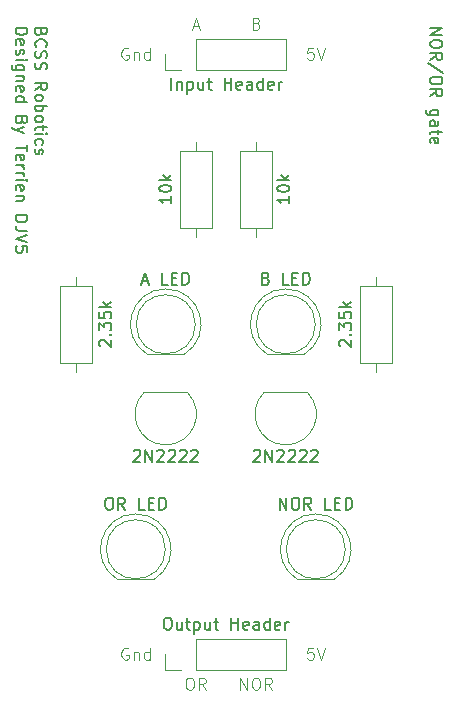
<source format=gbr>
%TF.GenerationSoftware,KiCad,Pcbnew,5.99.0+really5.1.12+dfsg1-1*%
%TF.CreationDate,2021-11-22T09:43:57-05:00*%
%TF.ProjectId,N OR,4e204f52-2e6b-4696-9361-645f70636258,rev?*%
%TF.SameCoordinates,Original*%
%TF.FileFunction,Legend,Top*%
%TF.FilePolarity,Positive*%
%FSLAX46Y46*%
G04 Gerber Fmt 4.6, Leading zero omitted, Abs format (unit mm)*
G04 Created by KiCad (PCBNEW 5.99.0+really5.1.12+dfsg1-1) date 2021-11-22 09:43:57*
%MOMM*%
%LPD*%
G01*
G04 APERTURE LIST*
%ADD10C,0.150000*%
%ADD11C,0.100000*%
%ADD12C,0.125000*%
%ADD13C,0.120000*%
G04 APERTURE END LIST*
D10*
X155757619Y-46055595D02*
X156757619Y-46055595D01*
X155757619Y-46627023D01*
X156757619Y-46627023D01*
X156757619Y-47293690D02*
X156757619Y-47484166D01*
X156710000Y-47579404D01*
X156614761Y-47674642D01*
X156424285Y-47722261D01*
X156090952Y-47722261D01*
X155900476Y-47674642D01*
X155805238Y-47579404D01*
X155757619Y-47484166D01*
X155757619Y-47293690D01*
X155805238Y-47198452D01*
X155900476Y-47103214D01*
X156090952Y-47055595D01*
X156424285Y-47055595D01*
X156614761Y-47103214D01*
X156710000Y-47198452D01*
X156757619Y-47293690D01*
X155757619Y-48722261D02*
X156233809Y-48388928D01*
X155757619Y-48150833D02*
X156757619Y-48150833D01*
X156757619Y-48531785D01*
X156710000Y-48627023D01*
X156662380Y-48674642D01*
X156567142Y-48722261D01*
X156424285Y-48722261D01*
X156329047Y-48674642D01*
X156281428Y-48627023D01*
X156233809Y-48531785D01*
X156233809Y-48150833D01*
X156805238Y-49865119D02*
X155519523Y-49007976D01*
X156757619Y-50388928D02*
X156757619Y-50579404D01*
X156710000Y-50674642D01*
X156614761Y-50769880D01*
X156424285Y-50817500D01*
X156090952Y-50817500D01*
X155900476Y-50769880D01*
X155805238Y-50674642D01*
X155757619Y-50579404D01*
X155757619Y-50388928D01*
X155805238Y-50293690D01*
X155900476Y-50198452D01*
X156090952Y-50150833D01*
X156424285Y-50150833D01*
X156614761Y-50198452D01*
X156710000Y-50293690D01*
X156757619Y-50388928D01*
X155757619Y-51817500D02*
X156233809Y-51484166D01*
X155757619Y-51246071D02*
X156757619Y-51246071D01*
X156757619Y-51627023D01*
X156710000Y-51722261D01*
X156662380Y-51769880D01*
X156567142Y-51817500D01*
X156424285Y-51817500D01*
X156329047Y-51769880D01*
X156281428Y-51722261D01*
X156233809Y-51627023D01*
X156233809Y-51246071D01*
X156424285Y-53436547D02*
X155614761Y-53436547D01*
X155519523Y-53388928D01*
X155471904Y-53341309D01*
X155424285Y-53246071D01*
X155424285Y-53103214D01*
X155471904Y-53007976D01*
X155805238Y-53436547D02*
X155757619Y-53341309D01*
X155757619Y-53150833D01*
X155805238Y-53055595D01*
X155852857Y-53007976D01*
X155948095Y-52960357D01*
X156233809Y-52960357D01*
X156329047Y-53007976D01*
X156376666Y-53055595D01*
X156424285Y-53150833D01*
X156424285Y-53341309D01*
X156376666Y-53436547D01*
X155757619Y-54341309D02*
X156281428Y-54341309D01*
X156376666Y-54293690D01*
X156424285Y-54198452D01*
X156424285Y-54007976D01*
X156376666Y-53912738D01*
X155805238Y-54341309D02*
X155757619Y-54246071D01*
X155757619Y-54007976D01*
X155805238Y-53912738D01*
X155900476Y-53865119D01*
X155995714Y-53865119D01*
X156090952Y-53912738D01*
X156138571Y-54007976D01*
X156138571Y-54246071D01*
X156186190Y-54341309D01*
X156424285Y-54674642D02*
X156424285Y-55055595D01*
X156757619Y-54817500D02*
X155900476Y-54817500D01*
X155805238Y-54865119D01*
X155757619Y-54960357D01*
X155757619Y-55055595D01*
X155805238Y-55769880D02*
X155757619Y-55674642D01*
X155757619Y-55484166D01*
X155805238Y-55388928D01*
X155900476Y-55341309D01*
X156281428Y-55341309D01*
X156376666Y-55388928D01*
X156424285Y-55484166D01*
X156424285Y-55674642D01*
X156376666Y-55769880D01*
X156281428Y-55817500D01*
X156186190Y-55817500D01*
X156090952Y-55341309D01*
X122816428Y-46388928D02*
X122768809Y-46531785D01*
X122721190Y-46579404D01*
X122625952Y-46627023D01*
X122483095Y-46627023D01*
X122387857Y-46579404D01*
X122340238Y-46531785D01*
X122292619Y-46436547D01*
X122292619Y-46055595D01*
X123292619Y-46055595D01*
X123292619Y-46388928D01*
X123245000Y-46484166D01*
X123197380Y-46531785D01*
X123102142Y-46579404D01*
X123006904Y-46579404D01*
X122911666Y-46531785D01*
X122864047Y-46484166D01*
X122816428Y-46388928D01*
X122816428Y-46055595D01*
X122387857Y-47627023D02*
X122340238Y-47579404D01*
X122292619Y-47436547D01*
X122292619Y-47341309D01*
X122340238Y-47198452D01*
X122435476Y-47103214D01*
X122530714Y-47055595D01*
X122721190Y-47007976D01*
X122864047Y-47007976D01*
X123054523Y-47055595D01*
X123149761Y-47103214D01*
X123245000Y-47198452D01*
X123292619Y-47341309D01*
X123292619Y-47436547D01*
X123245000Y-47579404D01*
X123197380Y-47627023D01*
X122340238Y-48007976D02*
X122292619Y-48150833D01*
X122292619Y-48388928D01*
X122340238Y-48484166D01*
X122387857Y-48531785D01*
X122483095Y-48579404D01*
X122578333Y-48579404D01*
X122673571Y-48531785D01*
X122721190Y-48484166D01*
X122768809Y-48388928D01*
X122816428Y-48198452D01*
X122864047Y-48103214D01*
X122911666Y-48055595D01*
X123006904Y-48007976D01*
X123102142Y-48007976D01*
X123197380Y-48055595D01*
X123245000Y-48103214D01*
X123292619Y-48198452D01*
X123292619Y-48436547D01*
X123245000Y-48579404D01*
X122340238Y-48960357D02*
X122292619Y-49103214D01*
X122292619Y-49341309D01*
X122340238Y-49436547D01*
X122387857Y-49484166D01*
X122483095Y-49531785D01*
X122578333Y-49531785D01*
X122673571Y-49484166D01*
X122721190Y-49436547D01*
X122768809Y-49341309D01*
X122816428Y-49150833D01*
X122864047Y-49055595D01*
X122911666Y-49007976D01*
X123006904Y-48960357D01*
X123102142Y-48960357D01*
X123197380Y-49007976D01*
X123245000Y-49055595D01*
X123292619Y-49150833D01*
X123292619Y-49388928D01*
X123245000Y-49531785D01*
X122292619Y-51293690D02*
X122768809Y-50960357D01*
X122292619Y-50722261D02*
X123292619Y-50722261D01*
X123292619Y-51103214D01*
X123245000Y-51198452D01*
X123197380Y-51246071D01*
X123102142Y-51293690D01*
X122959285Y-51293690D01*
X122864047Y-51246071D01*
X122816428Y-51198452D01*
X122768809Y-51103214D01*
X122768809Y-50722261D01*
X122292619Y-51865119D02*
X122340238Y-51769880D01*
X122387857Y-51722261D01*
X122483095Y-51674642D01*
X122768809Y-51674642D01*
X122864047Y-51722261D01*
X122911666Y-51769880D01*
X122959285Y-51865119D01*
X122959285Y-52007976D01*
X122911666Y-52103214D01*
X122864047Y-52150833D01*
X122768809Y-52198452D01*
X122483095Y-52198452D01*
X122387857Y-52150833D01*
X122340238Y-52103214D01*
X122292619Y-52007976D01*
X122292619Y-51865119D01*
X122292619Y-52627023D02*
X123292619Y-52627023D01*
X122911666Y-52627023D02*
X122959285Y-52722261D01*
X122959285Y-52912738D01*
X122911666Y-53007976D01*
X122864047Y-53055595D01*
X122768809Y-53103214D01*
X122483095Y-53103214D01*
X122387857Y-53055595D01*
X122340238Y-53007976D01*
X122292619Y-52912738D01*
X122292619Y-52722261D01*
X122340238Y-52627023D01*
X122292619Y-53674642D02*
X122340238Y-53579404D01*
X122387857Y-53531785D01*
X122483095Y-53484166D01*
X122768809Y-53484166D01*
X122864047Y-53531785D01*
X122911666Y-53579404D01*
X122959285Y-53674642D01*
X122959285Y-53817500D01*
X122911666Y-53912738D01*
X122864047Y-53960357D01*
X122768809Y-54007976D01*
X122483095Y-54007976D01*
X122387857Y-53960357D01*
X122340238Y-53912738D01*
X122292619Y-53817500D01*
X122292619Y-53674642D01*
X122959285Y-54293690D02*
X122959285Y-54674642D01*
X123292619Y-54436547D02*
X122435476Y-54436547D01*
X122340238Y-54484166D01*
X122292619Y-54579404D01*
X122292619Y-54674642D01*
X122292619Y-55007976D02*
X122959285Y-55007976D01*
X123292619Y-55007976D02*
X123245000Y-54960357D01*
X123197380Y-55007976D01*
X123245000Y-55055595D01*
X123292619Y-55007976D01*
X123197380Y-55007976D01*
X122340238Y-55912738D02*
X122292619Y-55817500D01*
X122292619Y-55627023D01*
X122340238Y-55531785D01*
X122387857Y-55484166D01*
X122483095Y-55436547D01*
X122768809Y-55436547D01*
X122864047Y-55484166D01*
X122911666Y-55531785D01*
X122959285Y-55627023D01*
X122959285Y-55817500D01*
X122911666Y-55912738D01*
X122340238Y-56293690D02*
X122292619Y-56388928D01*
X122292619Y-56579404D01*
X122340238Y-56674642D01*
X122435476Y-56722261D01*
X122483095Y-56722261D01*
X122578333Y-56674642D01*
X122625952Y-56579404D01*
X122625952Y-56436547D01*
X122673571Y-56341309D01*
X122768809Y-56293690D01*
X122816428Y-56293690D01*
X122911666Y-56341309D01*
X122959285Y-56436547D01*
X122959285Y-56579404D01*
X122911666Y-56674642D01*
X120642619Y-46055595D02*
X121642619Y-46055595D01*
X121642619Y-46293690D01*
X121595000Y-46436547D01*
X121499761Y-46531785D01*
X121404523Y-46579404D01*
X121214047Y-46627023D01*
X121071190Y-46627023D01*
X120880714Y-46579404D01*
X120785476Y-46531785D01*
X120690238Y-46436547D01*
X120642619Y-46293690D01*
X120642619Y-46055595D01*
X120690238Y-47436547D02*
X120642619Y-47341309D01*
X120642619Y-47150833D01*
X120690238Y-47055595D01*
X120785476Y-47007976D01*
X121166428Y-47007976D01*
X121261666Y-47055595D01*
X121309285Y-47150833D01*
X121309285Y-47341309D01*
X121261666Y-47436547D01*
X121166428Y-47484166D01*
X121071190Y-47484166D01*
X120975952Y-47007976D01*
X120690238Y-47865119D02*
X120642619Y-47960357D01*
X120642619Y-48150833D01*
X120690238Y-48246071D01*
X120785476Y-48293690D01*
X120833095Y-48293690D01*
X120928333Y-48246071D01*
X120975952Y-48150833D01*
X120975952Y-48007976D01*
X121023571Y-47912738D01*
X121118809Y-47865119D01*
X121166428Y-47865119D01*
X121261666Y-47912738D01*
X121309285Y-48007976D01*
X121309285Y-48150833D01*
X121261666Y-48246071D01*
X120642619Y-48722261D02*
X121309285Y-48722261D01*
X121642619Y-48722261D02*
X121595000Y-48674642D01*
X121547380Y-48722261D01*
X121595000Y-48769880D01*
X121642619Y-48722261D01*
X121547380Y-48722261D01*
X121309285Y-49627023D02*
X120499761Y-49627023D01*
X120404523Y-49579404D01*
X120356904Y-49531785D01*
X120309285Y-49436547D01*
X120309285Y-49293690D01*
X120356904Y-49198452D01*
X120690238Y-49627023D02*
X120642619Y-49531785D01*
X120642619Y-49341309D01*
X120690238Y-49246071D01*
X120737857Y-49198452D01*
X120833095Y-49150833D01*
X121118809Y-49150833D01*
X121214047Y-49198452D01*
X121261666Y-49246071D01*
X121309285Y-49341309D01*
X121309285Y-49531785D01*
X121261666Y-49627023D01*
X121309285Y-50103214D02*
X120642619Y-50103214D01*
X121214047Y-50103214D02*
X121261666Y-50150833D01*
X121309285Y-50246071D01*
X121309285Y-50388928D01*
X121261666Y-50484166D01*
X121166428Y-50531785D01*
X120642619Y-50531785D01*
X120690238Y-51388928D02*
X120642619Y-51293690D01*
X120642619Y-51103214D01*
X120690238Y-51007976D01*
X120785476Y-50960357D01*
X121166428Y-50960357D01*
X121261666Y-51007976D01*
X121309285Y-51103214D01*
X121309285Y-51293690D01*
X121261666Y-51388928D01*
X121166428Y-51436547D01*
X121071190Y-51436547D01*
X120975952Y-50960357D01*
X120642619Y-52293690D02*
X121642619Y-52293690D01*
X120690238Y-52293690D02*
X120642619Y-52198452D01*
X120642619Y-52007976D01*
X120690238Y-51912738D01*
X120737857Y-51865119D01*
X120833095Y-51817500D01*
X121118809Y-51817500D01*
X121214047Y-51865119D01*
X121261666Y-51912738D01*
X121309285Y-52007976D01*
X121309285Y-52198452D01*
X121261666Y-52293690D01*
X121166428Y-53865119D02*
X121118809Y-54007976D01*
X121071190Y-54055595D01*
X120975952Y-54103214D01*
X120833095Y-54103214D01*
X120737857Y-54055595D01*
X120690238Y-54007976D01*
X120642619Y-53912738D01*
X120642619Y-53531785D01*
X121642619Y-53531785D01*
X121642619Y-53865119D01*
X121595000Y-53960357D01*
X121547380Y-54007976D01*
X121452142Y-54055595D01*
X121356904Y-54055595D01*
X121261666Y-54007976D01*
X121214047Y-53960357D01*
X121166428Y-53865119D01*
X121166428Y-53531785D01*
X121309285Y-54436547D02*
X120642619Y-54674642D01*
X121309285Y-54912738D02*
X120642619Y-54674642D01*
X120404523Y-54579404D01*
X120356904Y-54531785D01*
X120309285Y-54436547D01*
X121642619Y-55912738D02*
X121642619Y-56484166D01*
X120642619Y-56198452D02*
X121642619Y-56198452D01*
X120690238Y-57198452D02*
X120642619Y-57103214D01*
X120642619Y-56912738D01*
X120690238Y-56817500D01*
X120785476Y-56769880D01*
X121166428Y-56769880D01*
X121261666Y-56817500D01*
X121309285Y-56912738D01*
X121309285Y-57103214D01*
X121261666Y-57198452D01*
X121166428Y-57246071D01*
X121071190Y-57246071D01*
X120975952Y-56769880D01*
X120642619Y-57674642D02*
X121309285Y-57674642D01*
X121118809Y-57674642D02*
X121214047Y-57722261D01*
X121261666Y-57769880D01*
X121309285Y-57865119D01*
X121309285Y-57960357D01*
X120642619Y-58293690D02*
X121309285Y-58293690D01*
X121118809Y-58293690D02*
X121214047Y-58341309D01*
X121261666Y-58388928D01*
X121309285Y-58484166D01*
X121309285Y-58579404D01*
X120642619Y-58912738D02*
X121309285Y-58912738D01*
X121642619Y-58912738D02*
X121595000Y-58865119D01*
X121547380Y-58912738D01*
X121595000Y-58960357D01*
X121642619Y-58912738D01*
X121547380Y-58912738D01*
X120690238Y-59769880D02*
X120642619Y-59674642D01*
X120642619Y-59484166D01*
X120690238Y-59388928D01*
X120785476Y-59341309D01*
X121166428Y-59341309D01*
X121261666Y-59388928D01*
X121309285Y-59484166D01*
X121309285Y-59674642D01*
X121261666Y-59769880D01*
X121166428Y-59817500D01*
X121071190Y-59817500D01*
X120975952Y-59341309D01*
X121309285Y-60246071D02*
X120642619Y-60246071D01*
X121214047Y-60246071D02*
X121261666Y-60293690D01*
X121309285Y-60388928D01*
X121309285Y-60531785D01*
X121261666Y-60627023D01*
X121166428Y-60674642D01*
X120642619Y-60674642D01*
X120642619Y-61912738D02*
X121642619Y-61912738D01*
X121642619Y-62150833D01*
X121595000Y-62293690D01*
X121499761Y-62388928D01*
X121404523Y-62436547D01*
X121214047Y-62484166D01*
X121071190Y-62484166D01*
X120880714Y-62436547D01*
X120785476Y-62388928D01*
X120690238Y-62293690D01*
X120642619Y-62150833D01*
X120642619Y-61912738D01*
X121642619Y-63198452D02*
X120928333Y-63198452D01*
X120785476Y-63150833D01*
X120690238Y-63055595D01*
X120642619Y-62912738D01*
X120642619Y-62817500D01*
X121642619Y-63531785D02*
X120642619Y-63865119D01*
X121642619Y-64198452D01*
X121642619Y-65007976D02*
X121642619Y-64531785D01*
X121166428Y-64484166D01*
X121214047Y-64531785D01*
X121261666Y-64627023D01*
X121261666Y-64865119D01*
X121214047Y-64960357D01*
X121166428Y-65007976D01*
X121071190Y-65055595D01*
X120833095Y-65055595D01*
X120737857Y-65007976D01*
X120690238Y-64960357D01*
X120642619Y-64865119D01*
X120642619Y-64627023D01*
X120690238Y-64531785D01*
X120737857Y-64484166D01*
D11*
X130167142Y-98560000D02*
X130071904Y-98512380D01*
X129929047Y-98512380D01*
X129786190Y-98560000D01*
X129690952Y-98655238D01*
X129643333Y-98750476D01*
X129595714Y-98940952D01*
X129595714Y-99083809D01*
X129643333Y-99274285D01*
X129690952Y-99369523D01*
X129786190Y-99464761D01*
X129929047Y-99512380D01*
X130024285Y-99512380D01*
X130167142Y-99464761D01*
X130214761Y-99417142D01*
X130214761Y-99083809D01*
X130024285Y-99083809D01*
X130643333Y-98845714D02*
X130643333Y-99512380D01*
X130643333Y-98940952D02*
X130690952Y-98893333D01*
X130786190Y-98845714D01*
X130929047Y-98845714D01*
X131024285Y-98893333D01*
X131071904Y-98988571D01*
X131071904Y-99512380D01*
X131976666Y-99512380D02*
X131976666Y-98512380D01*
X131976666Y-99464761D02*
X131881428Y-99512380D01*
X131690952Y-99512380D01*
X131595714Y-99464761D01*
X131548095Y-99417142D01*
X131500476Y-99321904D01*
X131500476Y-99036190D01*
X131548095Y-98940952D01*
X131595714Y-98893333D01*
X131690952Y-98845714D01*
X131881428Y-98845714D01*
X131976666Y-98893333D01*
X145859523Y-98512380D02*
X145383333Y-98512380D01*
X145335714Y-98988571D01*
X145383333Y-98940952D01*
X145478571Y-98893333D01*
X145716666Y-98893333D01*
X145811904Y-98940952D01*
X145859523Y-98988571D01*
X145907142Y-99083809D01*
X145907142Y-99321904D01*
X145859523Y-99417142D01*
X145811904Y-99464761D01*
X145716666Y-99512380D01*
X145478571Y-99512380D01*
X145383333Y-99464761D01*
X145335714Y-99417142D01*
X146192857Y-98512380D02*
X146526190Y-99512380D01*
X146859523Y-98512380D01*
X139660476Y-102052380D02*
X139660476Y-101052380D01*
X140231904Y-102052380D01*
X140231904Y-101052380D01*
X140898571Y-101052380D02*
X141089047Y-101052380D01*
X141184285Y-101100000D01*
X141279523Y-101195238D01*
X141327142Y-101385714D01*
X141327142Y-101719047D01*
X141279523Y-101909523D01*
X141184285Y-102004761D01*
X141089047Y-102052380D01*
X140898571Y-102052380D01*
X140803333Y-102004761D01*
X140708095Y-101909523D01*
X140660476Y-101719047D01*
X140660476Y-101385714D01*
X140708095Y-101195238D01*
X140803333Y-101100000D01*
X140898571Y-101052380D01*
X142327142Y-102052380D02*
X141993809Y-101576190D01*
X141755714Y-102052380D02*
X141755714Y-101052380D01*
X142136666Y-101052380D01*
X142231904Y-101100000D01*
X142279523Y-101147619D01*
X142327142Y-101242857D01*
X142327142Y-101385714D01*
X142279523Y-101480952D01*
X142231904Y-101528571D01*
X142136666Y-101576190D01*
X141755714Y-101576190D01*
X130167142Y-47760000D02*
X130071904Y-47712380D01*
X129929047Y-47712380D01*
X129786190Y-47760000D01*
X129690952Y-47855238D01*
X129643333Y-47950476D01*
X129595714Y-48140952D01*
X129595714Y-48283809D01*
X129643333Y-48474285D01*
X129690952Y-48569523D01*
X129786190Y-48664761D01*
X129929047Y-48712380D01*
X130024285Y-48712380D01*
X130167142Y-48664761D01*
X130214761Y-48617142D01*
X130214761Y-48283809D01*
X130024285Y-48283809D01*
X130643333Y-48045714D02*
X130643333Y-48712380D01*
X130643333Y-48140952D02*
X130690952Y-48093333D01*
X130786190Y-48045714D01*
X130929047Y-48045714D01*
X131024285Y-48093333D01*
X131071904Y-48188571D01*
X131071904Y-48712380D01*
X131976666Y-48712380D02*
X131976666Y-47712380D01*
X131976666Y-48664761D02*
X131881428Y-48712380D01*
X131690952Y-48712380D01*
X131595714Y-48664761D01*
X131548095Y-48617142D01*
X131500476Y-48521904D01*
X131500476Y-48236190D01*
X131548095Y-48140952D01*
X131595714Y-48093333D01*
X131690952Y-48045714D01*
X131881428Y-48045714D01*
X131976666Y-48093333D01*
X145859523Y-47712380D02*
X145383333Y-47712380D01*
X145335714Y-48188571D01*
X145383333Y-48140952D01*
X145478571Y-48093333D01*
X145716666Y-48093333D01*
X145811904Y-48140952D01*
X145859523Y-48188571D01*
X145907142Y-48283809D01*
X145907142Y-48521904D01*
X145859523Y-48617142D01*
X145811904Y-48664761D01*
X145716666Y-48712380D01*
X145478571Y-48712380D01*
X145383333Y-48664761D01*
X145335714Y-48617142D01*
X146192857Y-47712380D02*
X146526190Y-48712380D01*
X146859523Y-47712380D01*
D12*
X141041428Y-45648571D02*
X141184285Y-45696190D01*
X141231904Y-45743809D01*
X141279523Y-45839047D01*
X141279523Y-45981904D01*
X141231904Y-46077142D01*
X141184285Y-46124761D01*
X141089047Y-46172380D01*
X140708095Y-46172380D01*
X140708095Y-45172380D01*
X141041428Y-45172380D01*
X141136666Y-45220000D01*
X141184285Y-45267619D01*
X141231904Y-45362857D01*
X141231904Y-45458095D01*
X141184285Y-45553333D01*
X141136666Y-45600952D01*
X141041428Y-45648571D01*
X140708095Y-45648571D01*
X135651904Y-45886666D02*
X136128095Y-45886666D01*
X135556666Y-46172380D02*
X135890000Y-45172380D01*
X136223333Y-46172380D01*
D11*
X135294761Y-101052380D02*
X135485238Y-101052380D01*
X135580476Y-101100000D01*
X135675714Y-101195238D01*
X135723333Y-101385714D01*
X135723333Y-101719047D01*
X135675714Y-101909523D01*
X135580476Y-102004761D01*
X135485238Y-102052380D01*
X135294761Y-102052380D01*
X135199523Y-102004761D01*
X135104285Y-101909523D01*
X135056666Y-101719047D01*
X135056666Y-101385714D01*
X135104285Y-101195238D01*
X135199523Y-101100000D01*
X135294761Y-101052380D01*
X136723333Y-102052380D02*
X136390000Y-101576190D01*
X136151904Y-102052380D02*
X136151904Y-101052380D01*
X136532857Y-101052380D01*
X136628095Y-101100000D01*
X136675714Y-101147619D01*
X136723333Y-101242857D01*
X136723333Y-101385714D01*
X136675714Y-101480952D01*
X136628095Y-101528571D01*
X136532857Y-101576190D01*
X136151904Y-101576190D01*
D13*
%TO.C,Output Header*%
X133290000Y-100390000D02*
X133290000Y-99060000D01*
X134620000Y-100390000D02*
X133290000Y-100390000D01*
X135890000Y-100390000D02*
X135890000Y-97730000D01*
X135890000Y-97730000D02*
X143570000Y-97730000D01*
X135890000Y-100390000D02*
X143570000Y-100390000D01*
X143570000Y-100390000D02*
X143570000Y-97730000D01*
%TO.C,Input Header*%
X133290000Y-49590000D02*
X133290000Y-48260000D01*
X134620000Y-49590000D02*
X133290000Y-49590000D01*
X135890000Y-49590000D02*
X135890000Y-46930000D01*
X135890000Y-46930000D02*
X143570000Y-46930000D01*
X135890000Y-49590000D02*
X143570000Y-49590000D01*
X143570000Y-49590000D02*
X143570000Y-46930000D01*
%TO.C,OR LED*%
X133310000Y-90170000D02*
G75*
G03*
X133310000Y-90170000I-2500000J0D01*
G01*
X129265000Y-92730000D02*
X132355000Y-92730000D01*
X130810462Y-87180000D02*
G75*
G03*
X129265170Y-92730000I-462J-2990000D01*
G01*
X130809538Y-87180000D02*
G75*
G02*
X132354830Y-92730000I462J-2990000D01*
G01*
%TO.C,2.35k*%
X127100000Y-67850000D02*
X124360000Y-67850000D01*
X124360000Y-67850000D02*
X124360000Y-74390000D01*
X124360000Y-74390000D02*
X127100000Y-74390000D01*
X127100000Y-74390000D02*
X127100000Y-67850000D01*
X125730000Y-67080000D02*
X125730000Y-67850000D01*
X125730000Y-75160000D02*
X125730000Y-74390000D01*
X152500000Y-67850000D02*
X149760000Y-67850000D01*
X149760000Y-67850000D02*
X149760000Y-74390000D01*
X149760000Y-74390000D02*
X152500000Y-74390000D01*
X152500000Y-74390000D02*
X152500000Y-67850000D01*
X151130000Y-67080000D02*
X151130000Y-67850000D01*
X151130000Y-75160000D02*
X151130000Y-74390000D01*
%TO.C,10k*%
X142340000Y-56420000D02*
X139600000Y-56420000D01*
X139600000Y-56420000D02*
X139600000Y-62960000D01*
X139600000Y-62960000D02*
X142340000Y-62960000D01*
X142340000Y-62960000D02*
X142340000Y-56420000D01*
X140970000Y-55650000D02*
X140970000Y-56420000D01*
X140970000Y-63730000D02*
X140970000Y-62960000D01*
X137260000Y-56420000D02*
X134520000Y-56420000D01*
X134520000Y-56420000D02*
X134520000Y-62960000D01*
X134520000Y-62960000D02*
X137260000Y-62960000D01*
X137260000Y-62960000D02*
X137260000Y-56420000D01*
X135890000Y-55650000D02*
X135890000Y-56420000D01*
X135890000Y-63730000D02*
X135890000Y-62960000D01*
%TO.C,A LED*%
X135850000Y-71120000D02*
G75*
G03*
X135850000Y-71120000I-2500000J0D01*
G01*
X131805000Y-73680000D02*
X134895000Y-73680000D01*
X133349538Y-68130000D02*
G75*
G02*
X134894830Y-73680000I462J-2990000D01*
G01*
X133350462Y-68130000D02*
G75*
G03*
X131805170Y-73680000I-462J-2990000D01*
G01*
%TO.C,NOR LED*%
X148550000Y-90170000D02*
G75*
G03*
X148550000Y-90170000I-2500000J0D01*
G01*
X144505000Y-92730000D02*
X147595000Y-92730000D01*
X146049538Y-87180000D02*
G75*
G02*
X147594830Y-92730000I462J-2990000D01*
G01*
X146050462Y-87180000D02*
G75*
G03*
X144505170Y-92730000I-462J-2990000D01*
G01*
%TO.C,B LED*%
X146010000Y-71120000D02*
G75*
G03*
X146010000Y-71120000I-2500000J0D01*
G01*
X141965000Y-73680000D02*
X145055000Y-73680000D01*
X143509538Y-68130000D02*
G75*
G02*
X145054830Y-73680000I462J-2990000D01*
G01*
X143510462Y-68130000D02*
G75*
G03*
X141965170Y-73680000I-462J-2990000D01*
G01*
%TO.C,2N2222*%
X145310000Y-76890000D02*
X141710000Y-76890000D01*
X141671522Y-76901522D02*
G75*
G03*
X143510000Y-81340000I1838478J-1838478D01*
G01*
X145348478Y-76901522D02*
G75*
G02*
X143510000Y-81340000I-1838478J-1838478D01*
G01*
X135150000Y-76890000D02*
X131550000Y-76890000D01*
X131511522Y-76901522D02*
G75*
G03*
X133350000Y-81340000I1838478J-1838478D01*
G01*
X135188478Y-76901522D02*
G75*
G02*
X133350000Y-81340000I-1838478J-1838478D01*
G01*
%TO.C,Output Header*%
D10*
X133430000Y-95972380D02*
X133620476Y-95972380D01*
X133715714Y-96020000D01*
X133810952Y-96115238D01*
X133858571Y-96305714D01*
X133858571Y-96639047D01*
X133810952Y-96829523D01*
X133715714Y-96924761D01*
X133620476Y-96972380D01*
X133430000Y-96972380D01*
X133334761Y-96924761D01*
X133239523Y-96829523D01*
X133191904Y-96639047D01*
X133191904Y-96305714D01*
X133239523Y-96115238D01*
X133334761Y-96020000D01*
X133430000Y-95972380D01*
X134715714Y-96305714D02*
X134715714Y-96972380D01*
X134287142Y-96305714D02*
X134287142Y-96829523D01*
X134334761Y-96924761D01*
X134430000Y-96972380D01*
X134572857Y-96972380D01*
X134668095Y-96924761D01*
X134715714Y-96877142D01*
X135049047Y-96305714D02*
X135430000Y-96305714D01*
X135191904Y-95972380D02*
X135191904Y-96829523D01*
X135239523Y-96924761D01*
X135334761Y-96972380D01*
X135430000Y-96972380D01*
X135763333Y-96305714D02*
X135763333Y-97305714D01*
X135763333Y-96353333D02*
X135858571Y-96305714D01*
X136049047Y-96305714D01*
X136144285Y-96353333D01*
X136191904Y-96400952D01*
X136239523Y-96496190D01*
X136239523Y-96781904D01*
X136191904Y-96877142D01*
X136144285Y-96924761D01*
X136049047Y-96972380D01*
X135858571Y-96972380D01*
X135763333Y-96924761D01*
X137096666Y-96305714D02*
X137096666Y-96972380D01*
X136668095Y-96305714D02*
X136668095Y-96829523D01*
X136715714Y-96924761D01*
X136810952Y-96972380D01*
X136953809Y-96972380D01*
X137049047Y-96924761D01*
X137096666Y-96877142D01*
X137430000Y-96305714D02*
X137810952Y-96305714D01*
X137572857Y-95972380D02*
X137572857Y-96829523D01*
X137620476Y-96924761D01*
X137715714Y-96972380D01*
X137810952Y-96972380D01*
X138906190Y-96972380D02*
X138906190Y-95972380D01*
X138906190Y-96448571D02*
X139477619Y-96448571D01*
X139477619Y-96972380D02*
X139477619Y-95972380D01*
X140334761Y-96924761D02*
X140239523Y-96972380D01*
X140049047Y-96972380D01*
X139953809Y-96924761D01*
X139906190Y-96829523D01*
X139906190Y-96448571D01*
X139953809Y-96353333D01*
X140049047Y-96305714D01*
X140239523Y-96305714D01*
X140334761Y-96353333D01*
X140382380Y-96448571D01*
X140382380Y-96543809D01*
X139906190Y-96639047D01*
X141239523Y-96972380D02*
X141239523Y-96448571D01*
X141191904Y-96353333D01*
X141096666Y-96305714D01*
X140906190Y-96305714D01*
X140810952Y-96353333D01*
X141239523Y-96924761D02*
X141144285Y-96972380D01*
X140906190Y-96972380D01*
X140810952Y-96924761D01*
X140763333Y-96829523D01*
X140763333Y-96734285D01*
X140810952Y-96639047D01*
X140906190Y-96591428D01*
X141144285Y-96591428D01*
X141239523Y-96543809D01*
X142144285Y-96972380D02*
X142144285Y-95972380D01*
X142144285Y-96924761D02*
X142049047Y-96972380D01*
X141858571Y-96972380D01*
X141763333Y-96924761D01*
X141715714Y-96877142D01*
X141668095Y-96781904D01*
X141668095Y-96496190D01*
X141715714Y-96400952D01*
X141763333Y-96353333D01*
X141858571Y-96305714D01*
X142049047Y-96305714D01*
X142144285Y-96353333D01*
X143001428Y-96924761D02*
X142906190Y-96972380D01*
X142715714Y-96972380D01*
X142620476Y-96924761D01*
X142572857Y-96829523D01*
X142572857Y-96448571D01*
X142620476Y-96353333D01*
X142715714Y-96305714D01*
X142906190Y-96305714D01*
X143001428Y-96353333D01*
X143049047Y-96448571D01*
X143049047Y-96543809D01*
X142572857Y-96639047D01*
X143477619Y-96972380D02*
X143477619Y-96305714D01*
X143477619Y-96496190D02*
X143525238Y-96400952D01*
X143572857Y-96353333D01*
X143668095Y-96305714D01*
X143763333Y-96305714D01*
%TO.C,Input Header*%
X133810952Y-51252380D02*
X133810952Y-50252380D01*
X134287142Y-50585714D02*
X134287142Y-51252380D01*
X134287142Y-50680952D02*
X134334761Y-50633333D01*
X134430000Y-50585714D01*
X134572857Y-50585714D01*
X134668095Y-50633333D01*
X134715714Y-50728571D01*
X134715714Y-51252380D01*
X135191904Y-50585714D02*
X135191904Y-51585714D01*
X135191904Y-50633333D02*
X135287142Y-50585714D01*
X135477619Y-50585714D01*
X135572857Y-50633333D01*
X135620476Y-50680952D01*
X135668095Y-50776190D01*
X135668095Y-51061904D01*
X135620476Y-51157142D01*
X135572857Y-51204761D01*
X135477619Y-51252380D01*
X135287142Y-51252380D01*
X135191904Y-51204761D01*
X136525238Y-50585714D02*
X136525238Y-51252380D01*
X136096666Y-50585714D02*
X136096666Y-51109523D01*
X136144285Y-51204761D01*
X136239523Y-51252380D01*
X136382380Y-51252380D01*
X136477619Y-51204761D01*
X136525238Y-51157142D01*
X136858571Y-50585714D02*
X137239523Y-50585714D01*
X137001428Y-50252380D02*
X137001428Y-51109523D01*
X137049047Y-51204761D01*
X137144285Y-51252380D01*
X137239523Y-51252380D01*
X138334761Y-51252380D02*
X138334761Y-50252380D01*
X138334761Y-50728571D02*
X138906190Y-50728571D01*
X138906190Y-51252380D02*
X138906190Y-50252380D01*
X139763333Y-51204761D02*
X139668095Y-51252380D01*
X139477619Y-51252380D01*
X139382380Y-51204761D01*
X139334761Y-51109523D01*
X139334761Y-50728571D01*
X139382380Y-50633333D01*
X139477619Y-50585714D01*
X139668095Y-50585714D01*
X139763333Y-50633333D01*
X139810952Y-50728571D01*
X139810952Y-50823809D01*
X139334761Y-50919047D01*
X140668095Y-51252380D02*
X140668095Y-50728571D01*
X140620476Y-50633333D01*
X140525238Y-50585714D01*
X140334761Y-50585714D01*
X140239523Y-50633333D01*
X140668095Y-51204761D02*
X140572857Y-51252380D01*
X140334761Y-51252380D01*
X140239523Y-51204761D01*
X140191904Y-51109523D01*
X140191904Y-51014285D01*
X140239523Y-50919047D01*
X140334761Y-50871428D01*
X140572857Y-50871428D01*
X140668095Y-50823809D01*
X141572857Y-51252380D02*
X141572857Y-50252380D01*
X141572857Y-51204761D02*
X141477619Y-51252380D01*
X141287142Y-51252380D01*
X141191904Y-51204761D01*
X141144285Y-51157142D01*
X141096666Y-51061904D01*
X141096666Y-50776190D01*
X141144285Y-50680952D01*
X141191904Y-50633333D01*
X141287142Y-50585714D01*
X141477619Y-50585714D01*
X141572857Y-50633333D01*
X142430000Y-51204761D02*
X142334761Y-51252380D01*
X142144285Y-51252380D01*
X142049047Y-51204761D01*
X142001428Y-51109523D01*
X142001428Y-50728571D01*
X142049047Y-50633333D01*
X142144285Y-50585714D01*
X142334761Y-50585714D01*
X142430000Y-50633333D01*
X142477619Y-50728571D01*
X142477619Y-50823809D01*
X142001428Y-50919047D01*
X142906190Y-51252380D02*
X142906190Y-50585714D01*
X142906190Y-50776190D02*
X142953809Y-50680952D01*
X143001428Y-50633333D01*
X143096666Y-50585714D01*
X143191904Y-50585714D01*
%TO.C,OR LED*%
X128476666Y-85812380D02*
X128667142Y-85812380D01*
X128762380Y-85860000D01*
X128857619Y-85955238D01*
X128905238Y-86145714D01*
X128905238Y-86479047D01*
X128857619Y-86669523D01*
X128762380Y-86764761D01*
X128667142Y-86812380D01*
X128476666Y-86812380D01*
X128381428Y-86764761D01*
X128286190Y-86669523D01*
X128238571Y-86479047D01*
X128238571Y-86145714D01*
X128286190Y-85955238D01*
X128381428Y-85860000D01*
X128476666Y-85812380D01*
X129905238Y-86812380D02*
X129571904Y-86336190D01*
X129333809Y-86812380D02*
X129333809Y-85812380D01*
X129714761Y-85812380D01*
X129810000Y-85860000D01*
X129857619Y-85907619D01*
X129905238Y-86002857D01*
X129905238Y-86145714D01*
X129857619Y-86240952D01*
X129810000Y-86288571D01*
X129714761Y-86336190D01*
X129333809Y-86336190D01*
X131571904Y-86812380D02*
X131095714Y-86812380D01*
X131095714Y-85812380D01*
X131905238Y-86288571D02*
X132238571Y-86288571D01*
X132381428Y-86812380D02*
X131905238Y-86812380D01*
X131905238Y-85812380D01*
X132381428Y-85812380D01*
X132810000Y-86812380D02*
X132810000Y-85812380D01*
X133048095Y-85812380D01*
X133190952Y-85860000D01*
X133286190Y-85955238D01*
X133333809Y-86050476D01*
X133381428Y-86240952D01*
X133381428Y-86383809D01*
X133333809Y-86574285D01*
X133286190Y-86669523D01*
X133190952Y-86764761D01*
X133048095Y-86812380D01*
X132810000Y-86812380D01*
%TO.C,2.35k*%
X127817619Y-73000952D02*
X127770000Y-72953333D01*
X127722380Y-72858095D01*
X127722380Y-72620000D01*
X127770000Y-72524761D01*
X127817619Y-72477142D01*
X127912857Y-72429523D01*
X128008095Y-72429523D01*
X128150952Y-72477142D01*
X128722380Y-73048571D01*
X128722380Y-72429523D01*
X128627142Y-72000952D02*
X128674761Y-71953333D01*
X128722380Y-72000952D01*
X128674761Y-72048571D01*
X128627142Y-72000952D01*
X128722380Y-72000952D01*
X127722380Y-71620000D02*
X127722380Y-71000952D01*
X128103333Y-71334285D01*
X128103333Y-71191428D01*
X128150952Y-71096190D01*
X128198571Y-71048571D01*
X128293809Y-71000952D01*
X128531904Y-71000952D01*
X128627142Y-71048571D01*
X128674761Y-71096190D01*
X128722380Y-71191428D01*
X128722380Y-71477142D01*
X128674761Y-71572380D01*
X128627142Y-71620000D01*
X127722380Y-70096190D02*
X127722380Y-70572380D01*
X128198571Y-70620000D01*
X128150952Y-70572380D01*
X128103333Y-70477142D01*
X128103333Y-70239047D01*
X128150952Y-70143809D01*
X128198571Y-70096190D01*
X128293809Y-70048571D01*
X128531904Y-70048571D01*
X128627142Y-70096190D01*
X128674761Y-70143809D01*
X128722380Y-70239047D01*
X128722380Y-70477142D01*
X128674761Y-70572380D01*
X128627142Y-70620000D01*
X128722380Y-69620000D02*
X127722380Y-69620000D01*
X128341428Y-69524761D02*
X128722380Y-69239047D01*
X128055714Y-69239047D02*
X128436666Y-69620000D01*
X148137619Y-73000952D02*
X148090000Y-72953333D01*
X148042380Y-72858095D01*
X148042380Y-72620000D01*
X148090000Y-72524761D01*
X148137619Y-72477142D01*
X148232857Y-72429523D01*
X148328095Y-72429523D01*
X148470952Y-72477142D01*
X149042380Y-73048571D01*
X149042380Y-72429523D01*
X148947142Y-72000952D02*
X148994761Y-71953333D01*
X149042380Y-72000952D01*
X148994761Y-72048571D01*
X148947142Y-72000952D01*
X149042380Y-72000952D01*
X148042380Y-71620000D02*
X148042380Y-71000952D01*
X148423333Y-71334285D01*
X148423333Y-71191428D01*
X148470952Y-71096190D01*
X148518571Y-71048571D01*
X148613809Y-71000952D01*
X148851904Y-71000952D01*
X148947142Y-71048571D01*
X148994761Y-71096190D01*
X149042380Y-71191428D01*
X149042380Y-71477142D01*
X148994761Y-71572380D01*
X148947142Y-71620000D01*
X148042380Y-70096190D02*
X148042380Y-70572380D01*
X148518571Y-70620000D01*
X148470952Y-70572380D01*
X148423333Y-70477142D01*
X148423333Y-70239047D01*
X148470952Y-70143809D01*
X148518571Y-70096190D01*
X148613809Y-70048571D01*
X148851904Y-70048571D01*
X148947142Y-70096190D01*
X148994761Y-70143809D01*
X149042380Y-70239047D01*
X149042380Y-70477142D01*
X148994761Y-70572380D01*
X148947142Y-70620000D01*
X149042380Y-69620000D02*
X148042380Y-69620000D01*
X148661428Y-69524761D02*
X149042380Y-69239047D01*
X148375714Y-69239047D02*
X148756666Y-69620000D01*
%TO.C,10k*%
X143792380Y-60285238D02*
X143792380Y-60856666D01*
X143792380Y-60570952D02*
X142792380Y-60570952D01*
X142935238Y-60666190D01*
X143030476Y-60761428D01*
X143078095Y-60856666D01*
X142792380Y-59666190D02*
X142792380Y-59570952D01*
X142840000Y-59475714D01*
X142887619Y-59428095D01*
X142982857Y-59380476D01*
X143173333Y-59332857D01*
X143411428Y-59332857D01*
X143601904Y-59380476D01*
X143697142Y-59428095D01*
X143744761Y-59475714D01*
X143792380Y-59570952D01*
X143792380Y-59666190D01*
X143744761Y-59761428D01*
X143697142Y-59809047D01*
X143601904Y-59856666D01*
X143411428Y-59904285D01*
X143173333Y-59904285D01*
X142982857Y-59856666D01*
X142887619Y-59809047D01*
X142840000Y-59761428D01*
X142792380Y-59666190D01*
X143792380Y-58904285D02*
X142792380Y-58904285D01*
X143411428Y-58809047D02*
X143792380Y-58523333D01*
X143125714Y-58523333D02*
X143506666Y-58904285D01*
X133802380Y-60285238D02*
X133802380Y-60856666D01*
X133802380Y-60570952D02*
X132802380Y-60570952D01*
X132945238Y-60666190D01*
X133040476Y-60761428D01*
X133088095Y-60856666D01*
X132802380Y-59666190D02*
X132802380Y-59570952D01*
X132850000Y-59475714D01*
X132897619Y-59428095D01*
X132992857Y-59380476D01*
X133183333Y-59332857D01*
X133421428Y-59332857D01*
X133611904Y-59380476D01*
X133707142Y-59428095D01*
X133754761Y-59475714D01*
X133802380Y-59570952D01*
X133802380Y-59666190D01*
X133754761Y-59761428D01*
X133707142Y-59809047D01*
X133611904Y-59856666D01*
X133421428Y-59904285D01*
X133183333Y-59904285D01*
X132992857Y-59856666D01*
X132897619Y-59809047D01*
X132850000Y-59761428D01*
X132802380Y-59666190D01*
X133802380Y-58904285D02*
X132802380Y-58904285D01*
X133421428Y-58809047D02*
X133802380Y-58523333D01*
X133135714Y-58523333D02*
X133516666Y-58904285D01*
%TO.C,A LED*%
X131373809Y-67476666D02*
X131850000Y-67476666D01*
X131278571Y-67762380D02*
X131611904Y-66762380D01*
X131945238Y-67762380D01*
X133516666Y-67762380D02*
X133040476Y-67762380D01*
X133040476Y-66762380D01*
X133850000Y-67238571D02*
X134183333Y-67238571D01*
X134326190Y-67762380D02*
X133850000Y-67762380D01*
X133850000Y-66762380D01*
X134326190Y-66762380D01*
X134754761Y-67762380D02*
X134754761Y-66762380D01*
X134992857Y-66762380D01*
X135135714Y-66810000D01*
X135230952Y-66905238D01*
X135278571Y-67000476D01*
X135326190Y-67190952D01*
X135326190Y-67333809D01*
X135278571Y-67524285D01*
X135230952Y-67619523D01*
X135135714Y-67714761D01*
X134992857Y-67762380D01*
X134754761Y-67762380D01*
%TO.C,NOR LED*%
X143002380Y-86812380D02*
X143002380Y-85812380D01*
X143573809Y-86812380D01*
X143573809Y-85812380D01*
X144240476Y-85812380D02*
X144430952Y-85812380D01*
X144526190Y-85860000D01*
X144621428Y-85955238D01*
X144669047Y-86145714D01*
X144669047Y-86479047D01*
X144621428Y-86669523D01*
X144526190Y-86764761D01*
X144430952Y-86812380D01*
X144240476Y-86812380D01*
X144145238Y-86764761D01*
X144050000Y-86669523D01*
X144002380Y-86479047D01*
X144002380Y-86145714D01*
X144050000Y-85955238D01*
X144145238Y-85860000D01*
X144240476Y-85812380D01*
X145669047Y-86812380D02*
X145335714Y-86336190D01*
X145097619Y-86812380D02*
X145097619Y-85812380D01*
X145478571Y-85812380D01*
X145573809Y-85860000D01*
X145621428Y-85907619D01*
X145669047Y-86002857D01*
X145669047Y-86145714D01*
X145621428Y-86240952D01*
X145573809Y-86288571D01*
X145478571Y-86336190D01*
X145097619Y-86336190D01*
X147335714Y-86812380D02*
X146859523Y-86812380D01*
X146859523Y-85812380D01*
X147669047Y-86288571D02*
X148002380Y-86288571D01*
X148145238Y-86812380D02*
X147669047Y-86812380D01*
X147669047Y-85812380D01*
X148145238Y-85812380D01*
X148573809Y-86812380D02*
X148573809Y-85812380D01*
X148811904Y-85812380D01*
X148954761Y-85860000D01*
X149050000Y-85955238D01*
X149097619Y-86050476D01*
X149145238Y-86240952D01*
X149145238Y-86383809D01*
X149097619Y-86574285D01*
X149050000Y-86669523D01*
X148954761Y-86764761D01*
X148811904Y-86812380D01*
X148573809Y-86812380D01*
%TO.C,B LED*%
X141843333Y-67238571D02*
X141986190Y-67286190D01*
X142033809Y-67333809D01*
X142081428Y-67429047D01*
X142081428Y-67571904D01*
X142033809Y-67667142D01*
X141986190Y-67714761D01*
X141890952Y-67762380D01*
X141510000Y-67762380D01*
X141510000Y-66762380D01*
X141843333Y-66762380D01*
X141938571Y-66810000D01*
X141986190Y-66857619D01*
X142033809Y-66952857D01*
X142033809Y-67048095D01*
X141986190Y-67143333D01*
X141938571Y-67190952D01*
X141843333Y-67238571D01*
X141510000Y-67238571D01*
X143748095Y-67762380D02*
X143271904Y-67762380D01*
X143271904Y-66762380D01*
X144081428Y-67238571D02*
X144414761Y-67238571D01*
X144557619Y-67762380D02*
X144081428Y-67762380D01*
X144081428Y-66762380D01*
X144557619Y-66762380D01*
X144986190Y-67762380D02*
X144986190Y-66762380D01*
X145224285Y-66762380D01*
X145367142Y-66810000D01*
X145462380Y-66905238D01*
X145510000Y-67000476D01*
X145557619Y-67190952D01*
X145557619Y-67333809D01*
X145510000Y-67524285D01*
X145462380Y-67619523D01*
X145367142Y-67714761D01*
X145224285Y-67762380D01*
X144986190Y-67762380D01*
%TO.C,2N2222*%
X140795714Y-81847619D02*
X140843333Y-81800000D01*
X140938571Y-81752380D01*
X141176666Y-81752380D01*
X141271904Y-81800000D01*
X141319523Y-81847619D01*
X141367142Y-81942857D01*
X141367142Y-82038095D01*
X141319523Y-82180952D01*
X140748095Y-82752380D01*
X141367142Y-82752380D01*
X141795714Y-82752380D02*
X141795714Y-81752380D01*
X142367142Y-82752380D01*
X142367142Y-81752380D01*
X142795714Y-81847619D02*
X142843333Y-81800000D01*
X142938571Y-81752380D01*
X143176666Y-81752380D01*
X143271904Y-81800000D01*
X143319523Y-81847619D01*
X143367142Y-81942857D01*
X143367142Y-82038095D01*
X143319523Y-82180952D01*
X142748095Y-82752380D01*
X143367142Y-82752380D01*
X143748095Y-81847619D02*
X143795714Y-81800000D01*
X143890952Y-81752380D01*
X144129047Y-81752380D01*
X144224285Y-81800000D01*
X144271904Y-81847619D01*
X144319523Y-81942857D01*
X144319523Y-82038095D01*
X144271904Y-82180952D01*
X143700476Y-82752380D01*
X144319523Y-82752380D01*
X144700476Y-81847619D02*
X144748095Y-81800000D01*
X144843333Y-81752380D01*
X145081428Y-81752380D01*
X145176666Y-81800000D01*
X145224285Y-81847619D01*
X145271904Y-81942857D01*
X145271904Y-82038095D01*
X145224285Y-82180952D01*
X144652857Y-82752380D01*
X145271904Y-82752380D01*
X145652857Y-81847619D02*
X145700476Y-81800000D01*
X145795714Y-81752380D01*
X146033809Y-81752380D01*
X146129047Y-81800000D01*
X146176666Y-81847619D01*
X146224285Y-81942857D01*
X146224285Y-82038095D01*
X146176666Y-82180952D01*
X145605238Y-82752380D01*
X146224285Y-82752380D01*
X130635714Y-81847619D02*
X130683333Y-81800000D01*
X130778571Y-81752380D01*
X131016666Y-81752380D01*
X131111904Y-81800000D01*
X131159523Y-81847619D01*
X131207142Y-81942857D01*
X131207142Y-82038095D01*
X131159523Y-82180952D01*
X130588095Y-82752380D01*
X131207142Y-82752380D01*
X131635714Y-82752380D02*
X131635714Y-81752380D01*
X132207142Y-82752380D01*
X132207142Y-81752380D01*
X132635714Y-81847619D02*
X132683333Y-81800000D01*
X132778571Y-81752380D01*
X133016666Y-81752380D01*
X133111904Y-81800000D01*
X133159523Y-81847619D01*
X133207142Y-81942857D01*
X133207142Y-82038095D01*
X133159523Y-82180952D01*
X132588095Y-82752380D01*
X133207142Y-82752380D01*
X133588095Y-81847619D02*
X133635714Y-81800000D01*
X133730952Y-81752380D01*
X133969047Y-81752380D01*
X134064285Y-81800000D01*
X134111904Y-81847619D01*
X134159523Y-81942857D01*
X134159523Y-82038095D01*
X134111904Y-82180952D01*
X133540476Y-82752380D01*
X134159523Y-82752380D01*
X134540476Y-81847619D02*
X134588095Y-81800000D01*
X134683333Y-81752380D01*
X134921428Y-81752380D01*
X135016666Y-81800000D01*
X135064285Y-81847619D01*
X135111904Y-81942857D01*
X135111904Y-82038095D01*
X135064285Y-82180952D01*
X134492857Y-82752380D01*
X135111904Y-82752380D01*
X135492857Y-81847619D02*
X135540476Y-81800000D01*
X135635714Y-81752380D01*
X135873809Y-81752380D01*
X135969047Y-81800000D01*
X136016666Y-81847619D01*
X136064285Y-81942857D01*
X136064285Y-82038095D01*
X136016666Y-82180952D01*
X135445238Y-82752380D01*
X136064285Y-82752380D01*
%TD*%
M02*

</source>
